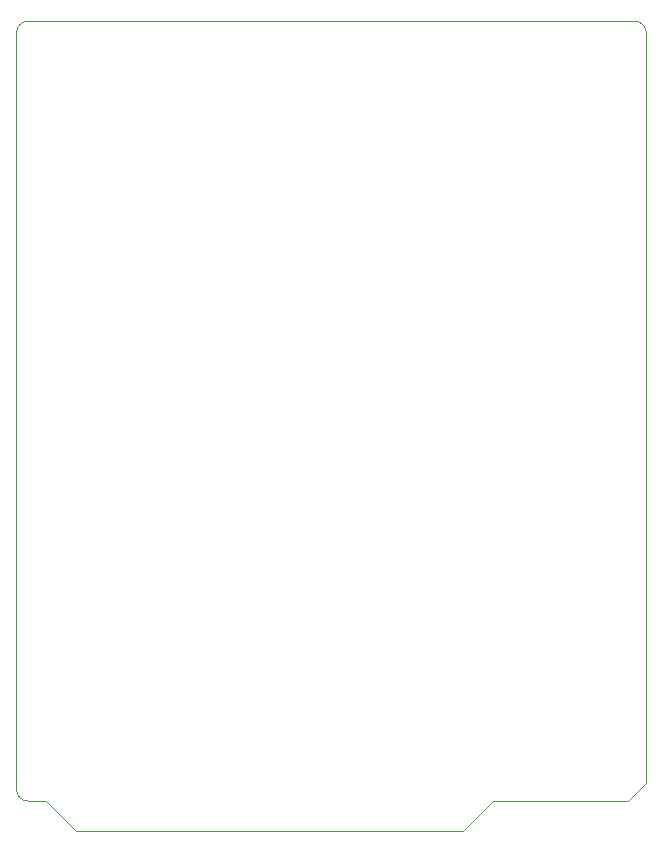
<source format=gbp>
%FSLAX44Y44*%
%MOMM*%
G71*
G01*
G75*
G04 Layer_Color=128*
%ADD10C,0.1500*%
G04:AMPARAMS|DCode=11|XSize=0.6mm|YSize=0.5mm|CornerRadius=0.05mm|HoleSize=0mm|Usage=FLASHONLY|Rotation=0.000|XOffset=0mm|YOffset=0mm|HoleType=Round|Shape=RoundedRectangle|*
%AMROUNDEDRECTD11*
21,1,0.6000,0.4000,0,0,0.0*
21,1,0.5000,0.5000,0,0,0.0*
1,1,0.1000,0.2500,-0.2000*
1,1,0.1000,-0.2500,-0.2000*
1,1,0.1000,-0.2500,0.2000*
1,1,0.1000,0.2500,0.2000*
%
%ADD11ROUNDEDRECTD11*%
G04:AMPARAMS|DCode=12|XSize=0.6mm|YSize=0.5mm|CornerRadius=0.05mm|HoleSize=0mm|Usage=FLASHONLY|Rotation=270.000|XOffset=0mm|YOffset=0mm|HoleType=Round|Shape=RoundedRectangle|*
%AMROUNDEDRECTD12*
21,1,0.6000,0.4000,0,0,270.0*
21,1,0.5000,0.5000,0,0,270.0*
1,1,0.1000,-0.2000,-0.2500*
1,1,0.1000,-0.2000,0.2500*
1,1,0.1000,0.2000,0.2500*
1,1,0.1000,0.2000,-0.2500*
%
%ADD12ROUNDEDRECTD12*%
%ADD13O,0.9500X0.4000*%
G04:AMPARAMS|DCode=14|XSize=0.7mm|YSize=0.55mm|CornerRadius=0.055mm|HoleSize=0mm|Usage=FLASHONLY|Rotation=180.000|XOffset=0mm|YOffset=0mm|HoleType=Round|Shape=RoundedRectangle|*
%AMROUNDEDRECTD14*
21,1,0.7000,0.4400,0,0,180.0*
21,1,0.5900,0.5500,0,0,180.0*
1,1,0.1100,-0.2950,0.2200*
1,1,0.1100,0.2950,0.2200*
1,1,0.1100,0.2950,-0.2200*
1,1,0.1100,-0.2950,-0.2200*
%
%ADD14ROUNDEDRECTD14*%
G04:AMPARAMS|DCode=15|XSize=0.4mm|YSize=0.37mm|CornerRadius=0.037mm|HoleSize=0mm|Usage=FLASHONLY|Rotation=180.000|XOffset=0mm|YOffset=0mm|HoleType=Round|Shape=RoundedRectangle|*
%AMROUNDEDRECTD15*
21,1,0.4000,0.2960,0,0,180.0*
21,1,0.3260,0.3700,0,0,180.0*
1,1,0.0740,-0.1630,0.1480*
1,1,0.0740,0.1630,0.1480*
1,1,0.0740,0.1630,-0.1480*
1,1,0.0740,-0.1630,-0.1480*
%
%ADD15ROUNDEDRECTD15*%
G04:AMPARAMS|DCode=16|XSize=0.4mm|YSize=0.37mm|CornerRadius=0.037mm|HoleSize=0mm|Usage=FLASHONLY|Rotation=270.000|XOffset=0mm|YOffset=0mm|HoleType=Round|Shape=RoundedRectangle|*
%AMROUNDEDRECTD16*
21,1,0.4000,0.2960,0,0,270.0*
21,1,0.3260,0.3700,0,0,270.0*
1,1,0.0740,-0.1480,-0.1630*
1,1,0.0740,-0.1480,0.1630*
1,1,0.0740,0.1480,0.1630*
1,1,0.0740,0.1480,-0.1630*
%
%ADD16ROUNDEDRECTD16*%
G04:AMPARAMS|DCode=17|XSize=0.93mm|YSize=0.89mm|CornerRadius=0.089mm|HoleSize=0mm|Usage=FLASHONLY|Rotation=90.000|XOffset=0mm|YOffset=0mm|HoleType=Round|Shape=RoundedRectangle|*
%AMROUNDEDRECTD17*
21,1,0.9300,0.7120,0,0,90.0*
21,1,0.7520,0.8900,0,0,90.0*
1,1,0.1780,0.3560,0.3760*
1,1,0.1780,0.3560,-0.3760*
1,1,0.1780,-0.3560,-0.3760*
1,1,0.1780,-0.3560,0.3760*
%
%ADD17ROUNDEDRECTD17*%
%ADD18O,1.6500X0.3000*%
%ADD19O,0.3000X1.6500*%
%ADD20R,0.5400X0.7400*%
G04:AMPARAMS|DCode=21|XSize=0.7mm|YSize=0.55mm|CornerRadius=0.055mm|HoleSize=0mm|Usage=FLASHONLY|Rotation=90.000|XOffset=0mm|YOffset=0mm|HoleType=Round|Shape=RoundedRectangle|*
%AMROUNDEDRECTD21*
21,1,0.7000,0.4400,0,0,90.0*
21,1,0.5900,0.5500,0,0,90.0*
1,1,0.1100,0.2200,0.2950*
1,1,0.1100,0.2200,-0.2950*
1,1,0.1100,-0.2200,-0.2950*
1,1,0.1100,-0.2200,0.2950*
%
%ADD21ROUNDEDRECTD21*%
G04:AMPARAMS|DCode=22|XSize=1.3mm|YSize=3.5mm|CornerRadius=0.325mm|HoleSize=0mm|Usage=FLASHONLY|Rotation=180.000|XOffset=0mm|YOffset=0mm|HoleType=Round|Shape=RoundedRectangle|*
%AMROUNDEDRECTD22*
21,1,1.3000,2.8500,0,0,180.0*
21,1,0.6500,3.5000,0,0,180.0*
1,1,0.6500,-0.3250,1.4250*
1,1,0.6500,0.3250,1.4250*
1,1,0.6500,0.3250,-1.4250*
1,1,0.6500,-0.3250,-1.4250*
%
%ADD22ROUNDEDRECTD22*%
G04:AMPARAMS|DCode=23|XSize=0.3mm|YSize=0.6mm|CornerRadius=0.0495mm|HoleSize=0mm|Usage=FLASHONLY|Rotation=0.000|XOffset=0mm|YOffset=0mm|HoleType=Round|Shape=RoundedRectangle|*
%AMROUNDEDRECTD23*
21,1,0.3000,0.5010,0,0,0.0*
21,1,0.2010,0.6000,0,0,0.0*
1,1,0.0990,0.1005,-0.2505*
1,1,0.0990,-0.1005,-0.2505*
1,1,0.0990,-0.1005,0.2505*
1,1,0.0990,0.1005,0.2505*
%
%ADD23ROUNDEDRECTD23*%
G04:AMPARAMS|DCode=24|XSize=0.3mm|YSize=0.6mm|CornerRadius=0.0495mm|HoleSize=0mm|Usage=FLASHONLY|Rotation=270.000|XOffset=0mm|YOffset=0mm|HoleType=Round|Shape=RoundedRectangle|*
%AMROUNDEDRECTD24*
21,1,0.3000,0.5010,0,0,270.0*
21,1,0.2010,0.6000,0,0,270.0*
1,1,0.0990,-0.2505,-0.1005*
1,1,0.0990,-0.2505,0.1005*
1,1,0.0990,0.2505,0.1005*
1,1,0.0990,0.2505,-0.1005*
%
%ADD24ROUNDEDRECTD24*%
%ADD25R,2.2500X0.9000*%
G04:AMPARAMS|DCode=26|XSize=1.38mm|YSize=1.05mm|CornerRadius=0.105mm|HoleSize=0mm|Usage=FLASHONLY|Rotation=180.000|XOffset=0mm|YOffset=0mm|HoleType=Round|Shape=RoundedRectangle|*
%AMROUNDEDRECTD26*
21,1,1.3800,0.8400,0,0,180.0*
21,1,1.1700,1.0500,0,0,180.0*
1,1,0.2100,-0.5850,0.4200*
1,1,0.2100,0.5850,0.4200*
1,1,0.2100,0.5850,-0.4200*
1,1,0.2100,-0.5850,-0.4200*
%
%ADD26ROUNDEDRECTD26*%
%ADD27O,0.7600X1.6000*%
%ADD28O,0.6000X1.6000*%
G04:AMPARAMS|DCode=29|XSize=0.9mm|YSize=0.8mm|CornerRadius=0.08mm|HoleSize=0mm|Usage=FLASHONLY|Rotation=180.000|XOffset=0mm|YOffset=0mm|HoleType=Round|Shape=RoundedRectangle|*
%AMROUNDEDRECTD29*
21,1,0.9000,0.6400,0,0,180.0*
21,1,0.7400,0.8000,0,0,180.0*
1,1,0.1600,-0.3700,0.3200*
1,1,0.1600,0.3700,0.3200*
1,1,0.1600,0.3700,-0.3200*
1,1,0.1600,-0.3700,-0.3200*
%
%ADD29ROUNDEDRECTD29*%
%ADD30O,0.6000X1.4000*%
G04:AMPARAMS|DCode=31|XSize=1mm|YSize=1.4mm|CornerRadius=0.25mm|HoleSize=0mm|Usage=FLASHONLY|Rotation=180.000|XOffset=0mm|YOffset=0mm|HoleType=Round|Shape=RoundedRectangle|*
%AMROUNDEDRECTD31*
21,1,1.0000,0.9000,0,0,180.0*
21,1,0.5000,1.4000,0,0,180.0*
1,1,0.5000,-0.2500,0.4500*
1,1,0.5000,0.2500,0.4500*
1,1,0.5000,0.2500,-0.4500*
1,1,0.5000,-0.2500,-0.4500*
%
%ADD31ROUNDEDRECTD31*%
G04:AMPARAMS|DCode=32|XSize=1mm|YSize=1mm|CornerRadius=0.25mm|HoleSize=0mm|Usage=FLASHONLY|Rotation=180.000|XOffset=0mm|YOffset=0mm|HoleType=Round|Shape=RoundedRectangle|*
%AMROUNDEDRECTD32*
21,1,1.0000,0.5000,0,0,180.0*
21,1,0.5000,1.0000,0,0,180.0*
1,1,0.5000,-0.2500,0.2500*
1,1,0.5000,0.2500,0.2500*
1,1,0.5000,0.2500,-0.2500*
1,1,0.5000,-0.2500,-0.2500*
%
%ADD32ROUNDEDRECTD32*%
%ADD33R,4.4500X4.4500*%
%ADD34O,0.8200X0.2700*%
%ADD35O,0.2700X0.8200*%
G04:AMPARAMS|DCode=36|XSize=0.9mm|YSize=1mm|CornerRadius=0.09mm|HoleSize=0mm|Usage=FLASHONLY|Rotation=180.000|XOffset=0mm|YOffset=0mm|HoleType=Round|Shape=RoundedRectangle|*
%AMROUNDEDRECTD36*
21,1,0.9000,0.8200,0,0,180.0*
21,1,0.7200,1.0000,0,0,180.0*
1,1,0.1800,-0.3600,0.4100*
1,1,0.1800,0.3600,0.4100*
1,1,0.1800,0.3600,-0.4100*
1,1,0.1800,-0.3600,-0.4100*
%
%ADD36ROUNDEDRECTD36*%
G04:AMPARAMS|DCode=37|XSize=1.7mm|YSize=0.55mm|CornerRadius=0.055mm|HoleSize=0mm|Usage=FLASHONLY|Rotation=180.000|XOffset=0mm|YOffset=0mm|HoleType=Round|Shape=RoundedRectangle|*
%AMROUNDEDRECTD37*
21,1,1.7000,0.4400,0,0,180.0*
21,1,1.5900,0.5500,0,0,180.0*
1,1,0.1100,-0.7950,0.2200*
1,1,0.1100,0.7950,0.2200*
1,1,0.1100,0.7950,-0.2200*
1,1,0.1100,-0.7950,-0.2200*
%
%ADD37ROUNDEDRECTD37*%
%ADD38C,1.0000*%
%ADD39O,0.4000X1.3500*%
G04:AMPARAMS|DCode=40|XSize=2.3mm|YSize=1.9mm|CornerRadius=0.19mm|HoleSize=0mm|Usage=FLASHONLY|Rotation=180.000|XOffset=0mm|YOffset=0mm|HoleType=Round|Shape=RoundedRectangle|*
%AMROUNDEDRECTD40*
21,1,2.3000,1.5200,0,0,180.0*
21,1,1.9200,1.9000,0,0,180.0*
1,1,0.3800,-0.9600,0.7600*
1,1,0.3800,0.9600,0.7600*
1,1,0.3800,0.9600,-0.7600*
1,1,0.3800,-0.9600,-0.7600*
%
%ADD40ROUNDEDRECTD40*%
%ADD41R,1.8000X1.9000*%
G04:AMPARAMS|DCode=42|XSize=1.55mm|YSize=1.35mm|CornerRadius=0.135mm|HoleSize=0mm|Usage=FLASHONLY|Rotation=180.000|XOffset=0mm|YOffset=0mm|HoleType=Round|Shape=RoundedRectangle|*
%AMROUNDEDRECTD42*
21,1,1.5500,1.0800,0,0,180.0*
21,1,1.2800,1.3500,0,0,180.0*
1,1,0.2700,-0.6400,0.5400*
1,1,0.2700,0.6400,0.5400*
1,1,0.2700,0.6400,-0.5400*
1,1,0.2700,-0.6400,-0.5400*
%
%ADD42ROUNDEDRECTD42*%
G04:AMPARAMS|DCode=43|XSize=1.8mm|YSize=1.17mm|CornerRadius=0.117mm|HoleSize=0mm|Usage=FLASHONLY|Rotation=90.000|XOffset=0mm|YOffset=0mm|HoleType=Round|Shape=RoundedRectangle|*
%AMROUNDEDRECTD43*
21,1,1.8000,0.9360,0,0,90.0*
21,1,1.5660,1.1700,0,0,90.0*
1,1,0.2340,0.4680,0.7830*
1,1,0.2340,0.4680,-0.7830*
1,1,0.2340,-0.4680,-0.7830*
1,1,0.2340,-0.4680,0.7830*
%
%ADD43ROUNDEDRECTD43*%
G04:AMPARAMS|DCode=44|XSize=0.75mm|YSize=1.1mm|CornerRadius=0.075mm|HoleSize=0mm|Usage=FLASHONLY|Rotation=180.000|XOffset=0mm|YOffset=0mm|HoleType=Round|Shape=RoundedRectangle|*
%AMROUNDEDRECTD44*
21,1,0.7500,0.9500,0,0,180.0*
21,1,0.6000,1.1000,0,0,180.0*
1,1,0.1500,-0.3000,0.4750*
1,1,0.1500,0.3000,0.4750*
1,1,0.1500,0.3000,-0.4750*
1,1,0.1500,-0.3000,-0.4750*
%
%ADD44ROUNDEDRECTD44*%
G04:AMPARAMS|DCode=45|XSize=1.2mm|YSize=1mm|CornerRadius=0.1mm|HoleSize=0mm|Usage=FLASHONLY|Rotation=180.000|XOffset=0mm|YOffset=0mm|HoleType=Round|Shape=RoundedRectangle|*
%AMROUNDEDRECTD45*
21,1,1.2000,0.8000,0,0,180.0*
21,1,1.0000,1.0000,0,0,180.0*
1,1,0.2000,-0.5000,0.4000*
1,1,0.2000,0.5000,0.4000*
1,1,0.2000,0.5000,-0.4000*
1,1,0.2000,-0.5000,-0.4000*
%
%ADD45ROUNDEDRECTD45*%
G04:AMPARAMS|DCode=46|XSize=1.9mm|YSize=1.35mm|CornerRadius=0.135mm|HoleSize=0mm|Usage=FLASHONLY|Rotation=180.000|XOffset=0mm|YOffset=0mm|HoleType=Round|Shape=RoundedRectangle|*
%AMROUNDEDRECTD46*
21,1,1.9000,1.0800,0,0,180.0*
21,1,1.6300,1.3500,0,0,180.0*
1,1,0.2700,-0.8150,0.5400*
1,1,0.2700,0.8150,0.5400*
1,1,0.2700,0.8150,-0.5400*
1,1,0.2700,-0.8150,-0.5400*
%
%ADD46ROUNDEDRECTD46*%
G04:AMPARAMS|DCode=47|XSize=2mm|YSize=1.1mm|CornerRadius=0.11mm|HoleSize=0mm|Usage=FLASHONLY|Rotation=90.000|XOffset=0mm|YOffset=0mm|HoleType=Round|Shape=RoundedRectangle|*
%AMROUNDEDRECTD47*
21,1,2.0000,0.8800,0,0,90.0*
21,1,1.7800,1.1000,0,0,90.0*
1,1,0.2200,0.4400,0.8900*
1,1,0.2200,0.4400,-0.8900*
1,1,0.2200,-0.4400,-0.8900*
1,1,0.2200,-0.4400,0.8900*
%
%ADD47ROUNDEDRECTD47*%
G04:AMPARAMS|DCode=48|XSize=0.8mm|YSize=0.8mm|CornerRadius=0.08mm|HoleSize=0mm|Usage=FLASHONLY|Rotation=90.000|XOffset=0mm|YOffset=0mm|HoleType=Round|Shape=RoundedRectangle|*
%AMROUNDEDRECTD48*
21,1,0.8000,0.6400,0,0,90.0*
21,1,0.6400,0.8000,0,0,90.0*
1,1,0.1600,0.3200,0.3200*
1,1,0.1600,0.3200,-0.3200*
1,1,0.1600,-0.3200,-0.3200*
1,1,0.1600,-0.3200,0.3200*
%
%ADD48ROUNDEDRECTD48*%
G04:AMPARAMS|DCode=49|XSize=0.93mm|YSize=0.89mm|CornerRadius=0.089mm|HoleSize=0mm|Usage=FLASHONLY|Rotation=0.000|XOffset=0mm|YOffset=0mm|HoleType=Round|Shape=RoundedRectangle|*
%AMROUNDEDRECTD49*
21,1,0.9300,0.7120,0,0,0.0*
21,1,0.7520,0.8900,0,0,0.0*
1,1,0.1780,0.3760,-0.3560*
1,1,0.1780,-0.3760,-0.3560*
1,1,0.1780,-0.3760,0.3560*
1,1,0.1780,0.3760,0.3560*
%
%ADD49ROUNDEDRECTD49*%
%ADD50O,0.8000X1.4700*%
%ADD51C,0.1000*%
%ADD52C,0.2000*%
%ADD53C,0.3000*%
%ADD54C,0.1200*%
%ADD55C,0.5000*%
%ADD56R,1.5000X1.5000*%
%ADD57C,1.5000*%
%ADD58R,1.3500X1.3500*%
%ADD59R,1.5000X1.5000*%
%ADD60C,0.4500*%
%ADD61C,1.0000*%
%ADD62C,2.0000*%
%ADD63C,0.6000*%
%ADD64C,0.4000*%
%ADD65C,0.2500*%
%ADD66C,0.2000*%
D51*
X533400Y675800D02*
G03*
X523400Y685800I-10000J0D01*
G01*
X10000D02*
G03*
X0Y675800I0J-10000D01*
G01*
Y35400D02*
G03*
X10000Y25400I10000J0D01*
G01*
X518200D02*
X533400Y40600D01*
X25400Y25400D02*
X50800Y0D01*
X378500D01*
X403900Y25400D01*
X518200D01*
X10000D02*
X25400D01*
X533400Y40600D02*
Y675800D01*
X10000Y685800D02*
X523400D01*
X0Y35400D02*
Y675800D01*
M02*

</source>
